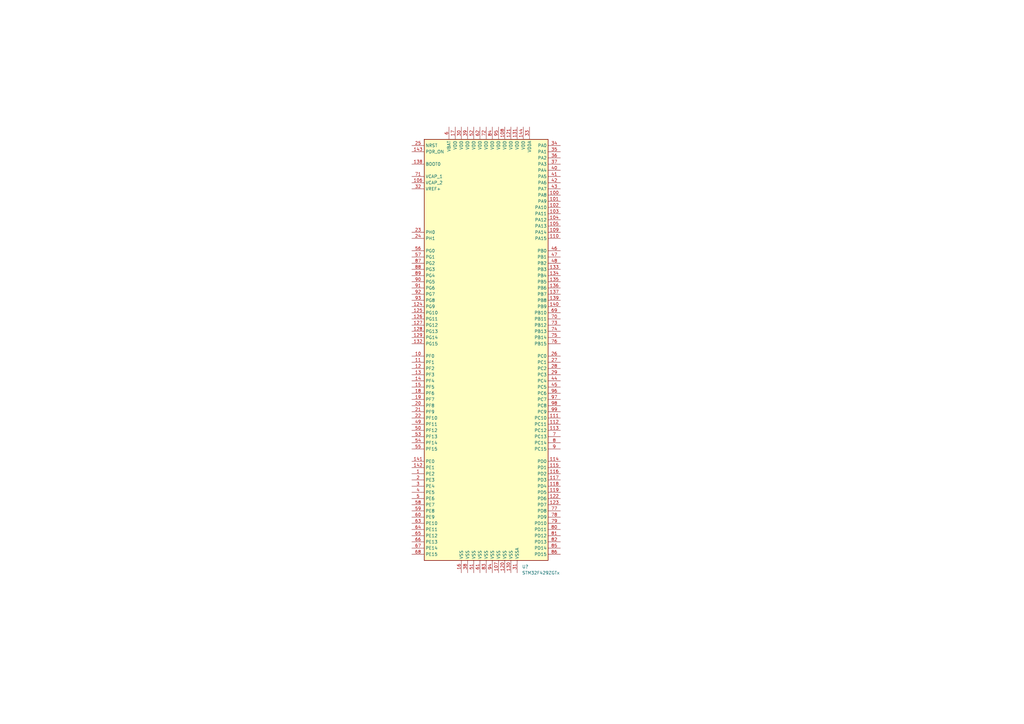
<source format=kicad_sch>
(kicad_sch (version 20211123) (generator eeschema)
  (paper "A3")
  (lib_symbols
    (symbol "MCU_ST_STM32F4:STM32F429ZGTx"
      (property "Reference" "U" (at -25.4 87.63 0))
      (property "Value" "STM32F429ZGTx" (at 20.32 87.63 0))
      (symbol "STM32F429ZGTx_0_1"
        (rectangle (start -25.4 -86.36) (end 25.4 86.36) (stroke (width 0.254)) (fill (type background)))
      )
      (symbol "STM32F429ZGTx_1_1"
        (pin bidirectional line (at -30.48 -50.8 0) (length 5.08) (name "PE2") (number "1"))
        (pin bidirectional line (at -30.48 -2.54 0) (length 5.08) (name "PF0") (number "10"))
        (pin bidirectional line (at 30.48 63.5 180) (length 5.08) (name "PA8") (number "100"))
        (pin bidirectional line (at 30.48 60.96 180) (length 5.08) (name "PA9") (number "101"))
        (pin bidirectional line (at 30.48 58.42 180) (length 5.08) (name "PA10") (number "102"))
        (pin bidirectional line (at 30.48 55.88 180) (length 5.08) (name "PA11") (number "103"))
        (pin bidirectional line (at 30.48 53.34 180) (length 5.08) (name "PA12") (number "104"))
        (pin bidirectional line (at 30.48 50.8 180) (length 5.08) (name "PA13") (number "105"))
        (pin power_in line (at -30.48 68.58 0) (length 5.08) (name "VCAP_2") (number "106"))
        (pin power_in line (at 5.08 -91.44 90) (length 5.08) (name "VSS") (number "107"))
        (pin power_in line (at 7.62 91.44 270) (length 5.08) (name "VDD") (number "108"))
        (pin bidirectional line (at 30.48 48.26 180) (length 5.08) (name "PA14") (number "109"))
        (pin bidirectional line (at -30.48 -5.08 0) (length 5.08) (name "PF1") (number "11"))
        (pin bidirectional line (at 30.48 45.72 180) (length 5.08) (name "PA15") (number "110"))
        (pin bidirectional line (at 30.48 -27.94 180) (length 5.08) (name "PC10") (number "111"))
        (pin bidirectional line (at 30.48 -30.48 180) (length 5.08) (name "PC11") (number "112"))
        (pin bidirectional line (at 30.48 -33.02 180) (length 5.08) (name "PC12") (number "113"))
        (pin bidirectional line (at 30.48 -45.72 180) (length 5.08) (name "PD0") (number "114"))
        (pin bidirectional line (at 30.48 -48.26 180) (length 5.08) (name "PD1") (number "115"))
        (pin bidirectional line (at 30.48 -50.8 180) (length 5.08) (name "PD2") (number "116"))
        (pin bidirectional line (at 30.48 -53.34 180) (length 5.08) (name "PD3") (number "117"))
        (pin bidirectional line (at 30.48 -55.88 180) (length 5.08) (name "PD4") (number "118"))
        (pin bidirectional line (at 30.48 -58.42 180) (length 5.08) (name "PD5") (number "119"))
        (pin bidirectional line (at -30.48 -7.62 0) (length 5.08) (name "PF2") (number "12"))
        (pin power_in line (at 7.62 -91.44 90) (length 5.08) (name "VSS") (number "120"))
        (pin power_in line (at 10.16 91.44 270) (length 5.08) (name "VDD") (number "121"))
        (pin bidirectional line (at 30.48 -60.96 180) (length 5.08) (name "PD6") (number "122"))
        (pin bidirectional line (at 30.48 -63.5 180) (length 5.08) (name "PD7") (number "123"))
        (pin bidirectional line (at -30.48 17.78 0) (length 5.08) (name "PG9") (number "124"))
        (pin bidirectional line (at -30.48 15.24 0) (length 5.08) (name "PG10") (number "125"))
        (pin bidirectional line (at -30.48 12.7 0) (length 5.08) (name "PG11") (number "126"))
        (pin bidirectional line (at -30.48 10.16 0) (length 5.08) (name "PG12") (number "127"))
        (pin bidirectional line (at -30.48 7.62 0) (length 5.08) (name "PG13") (number "128"))
        (pin bidirectional line (at -30.48 5.08 0) (length 5.08) (name "PG14") (number "129"))
        (pin bidirectional line (at -30.48 -10.16 0) (length 5.08) (name "PF3") (number "13"))
        (pin power_in line (at 10.16 -91.44 90) (length 5.08) (name "VSS") (number "130"))
        (pin power_in line (at 12.7 91.44 270) (length 5.08) (name "VDD") (number "131"))
        (pin bidirectional line (at -30.48 2.54 0) (length 5.08) (name "PG15") (number "132"))
        (pin bidirectional line (at 30.48 33.02 180) (length 5.08) (name "PB3") (number "133"))
        (pin bidirectional line (at 30.48 30.48 180) (length 5.08) (name "PB4") (number "134"))
        (pin bidirectional line (at 30.48 27.94 180) (length 5.08) (name "PB5") (number "135"))
        (pin bidirectional line (at 30.48 25.4 180) (length 5.08) (name "PB6") (number "136"))
        (pin bidirectional line (at 30.48 22.86 180) (length 5.08) (name "PB7") (number "137"))
        (pin input line (at -30.48 76.2 0) (length 5.08) (name "BOOT0") (number "138"))
        (pin bidirectional line (at 30.48 20.32 180) (length 5.08) (name "PB8") (number "139"))
        (pin bidirectional line (at -30.48 -12.7 0) (length 5.08) (name "PF4") (number "14"))
        (pin bidirectional line (at 30.48 17.78 180) (length 5.08) (name "PB9") (number "140"))
        (pin bidirectional line (at -30.48 -45.72 0) (length 5.08) (name "PE0") (number "141"))
        (pin bidirectional line (at -30.48 -48.26 0) (length 5.08) (name "PE1") (number "142"))
        (pin input line (at -30.48 81.28 0) (length 5.08) (name "PDR_ON") (number "143"))
        (pin power_in line (at 15.24 91.44 270) (length 5.08) (name "VDD") (number "144"))
        (pin bidirectional line (at -30.48 -15.24 0) (length 5.08) (name "PF5") (number "15"))
        (pin power_in line (at -10.16 -91.44 90) (length 5.08) (name "VSS") (number "16"))
        (pin power_in line (at -12.7 91.44 270) (length 5.08) (name "VDD") (number "17"))
        (pin bidirectional line (at -30.48 -17.78 0) (length 5.08) (name "PF6") (number "18"))
        (pin bidirectional line (at -30.48 -20.32 0) (length 5.08) (name "PF7") (number "19"))
        (pin bidirectional line (at -30.48 -53.34 0) (length 5.08) (name "PE3") (number "2"))
        (pin bidirectional line (at -30.48 -22.86 0) (length 5.08) (name "PF8") (number "20"))
        (pin bidirectional line (at -30.48 -25.4 0) (length 5.08) (name "PF9") (number "21"))
        (pin bidirectional line (at -30.48 -27.94 0) (length 5.08) (name "PF10") (number "22"))
        (pin input line (at -30.48 48.26 0) (length 5.08) (name "PH0") (number "23"))
        (pin input line (at -30.48 45.72 0) (length 5.08) (name "PH1") (number "24"))
        (pin input line (at -30.48 83.82 0) (length 5.08) (name "NRST") (number "25"))
        (pin bidirectional line (at 30.48 -2.54 180) (length 5.08) (name "PC0") (number "26"))
        (pin bidirectional line (at 30.48 -5.08 180) (length 5.08) (name "PC1") (number "27"))
        (pin bidirectional line (at 30.48 -7.62 180) (length 5.08) (name "PC2") (number "28"))
        (pin bidirectional line (at 30.48 -10.16 180) (length 5.08) (name "PC3") (number "29"))
        (pin bidirectional line (at -30.48 -55.88 0) (length 5.08) (name "PE4") (number "3"))
        (pin power_in line (at -10.16 91.44 270) (length 5.08) (name "VDD") (number "30"))
        (pin power_in line (at 12.7 -91.44 90) (length 5.08) (name "VSSA") (number "31"))
        (pin power_in line (at -30.48 66.04 0) (length 5.08) (name "VREF+") (number "32"))
        (pin power_in line (at 17.78 91.44 270) (length 5.08) (name "VDDA") (number "33"))
        (pin bidirectional line (at 30.48 83.82 180) (length 5.08) (name "PA0") (number "34"))
        (pin bidirectional line (at 30.48 81.28 180) (length 5.08) (name "PA1") (number "35"))
        (pin bidirectional line (at 30.48 78.74 180) (length 5.08) (name "PA2") (number "36"))
        (pin bidirectional line (at 30.48 76.2 180) (length 5.08) (name "PA3") (number "37"))
        (pin power_in line (at -7.62 -91.44 90) (length 5.08) (name "VSS") (number "38"))
        (pin power_in line (at -7.62 91.44 270) (length 5.08) (name "VDD") (number "39"))
        (pin bidirectional line (at -30.48 -58.42 0) (length 5.08) (name "PE5") (number "4"))
        (pin bidirectional line (at 30.48 73.66 180) (length 5.08) (name "PA4") (number "40"))
        (pin bidirectional line (at 30.48 71.12 180) (length 5.08) (name "PA5") (number "41"))
        (pin bidirectional line (at 30.48 68.58 180) (length 5.08) (name "PA6") (number "42"))
        (pin bidirectional line (at 30.48 66.04 180) (length 5.08) (name "PA7") (number "43"))
        (pin bidirectional line (at 30.48 -12.7 180) (length 5.08) (name "PC4") (number "44"))
        (pin bidirectional line (at 30.48 -15.24 180) (length 5.08) (name "PC5") (number "45"))
        (pin bidirectional line (at 30.48 40.64 180) (length 5.08) (name "PB0") (number "46"))
        (pin bidirectional line (at 30.48 38.1 180) (length 5.08) (name "PB1") (number "47"))
        (pin bidirectional line (at 30.48 35.56 180) (length 5.08) (name "PB2") (number "48"))
        (pin bidirectional line (at -30.48 -30.48 0) (length 5.08) (name "PF11") (number "49"))
        (pin bidirectional line (at -30.48 -60.96 0) (length 5.08) (name "PE6") (number "5"))
        (pin bidirectional line (at -30.48 -33.02 0) (length 5.08) (name "PF12") (number "50"))
        (pin power_in line (at -5.08 -91.44 90) (length 5.08) (name "VSS") (number "51"))
        (pin power_in line (at -5.08 91.44 270) (length 5.08) (name "VDD") (number "52"))
        (pin bidirectional line (at -30.48 -35.56 0) (length 5.08) (name "PF13") (number "53"))
        (pin bidirectional line (at -30.48 -38.1 0) (length 5.08) (name "PF14") (number "54"))
        (pin bidirectional line (at -30.48 -40.64 0) (length 5.08) (name "PF15") (number "55"))
        (pin bidirectional line (at -30.48 40.64 0) (length 5.08) (name "PG0") (number "56"))
        (pin bidirectional line (at -30.48 38.1 0) (length 5.08) (name "PG1") (number "57"))
        (pin bidirectional line (at -30.48 -63.5 0) (length 5.08) (name "PE7") (number "58"))
        (pin bidirectional line (at -30.48 -66.04 0) (length 5.08) (name "PE8") (number "59"))
        (pin power_in line (at -15.24 91.44 270) (length 5.08) (name "VBAT") (number "6"))
        (pin bidirectional line (at -30.48 -68.58 0) (length 5.08) (name "PE9") (number "60"))
        (pin power_in line (at -2.54 -91.44 90) (length 5.08) (name "VSS") (number "61"))
        (pin power_in line (at -2.54 91.44 270) (length 5.08) (name "VDD") (number "62"))
        (pin bidirectional line (at -30.48 -71.12 0) (length 5.08) (name "PE10") (number "63"))
        (pin bidirectional line (at -30.48 -73.66 0) (length 5.08) (name "PE11") (number "64"))
        (pin bidirectional line (at -30.48 -76.2 0) (length 5.08) (name "PE12") (number "65"))
        (pin bidirectional line (at -30.48 -78.74 0) (length 5.08) (name "PE13") (number "66"))
        (pin bidirectional line (at -30.48 -81.28 0) (length 5.08) (name "PE14") (number "67"))
        (pin bidirectional line (at -30.48 -83.82 0) (length 5.08) (name "PE15") (number "68"))
        (pin bidirectional line (at 30.48 15.24 180) (length 5.08) (name "PB10") (number "69"))
        (pin bidirectional line (at 30.48 -35.56 180) (length 5.08) (name "PC13") (number "7"))
        (pin bidirectional line (at 30.48 12.7 180) (length 5.08) (name "PB11") (number "70"))
        (pin power_in line (at -30.48 71.12 0) (length 5.08) (name "VCAP_1") (number "71"))
        (pin power_in line (at 0 91.44 270) (length 5.08) (name "VDD") (number "72"))
        (pin bidirectional line (at 30.48 10.16 180) (length 5.08) (name "PB12") (number "73"))
        (pin bidirectional line (at 30.48 7.62 180) (length 5.08) (name "PB13") (number "74"))
        (pin bidirectional line (at 30.48 5.08 180) (length 5.08) (name "PB14") (number "75"))
        (pin bidirectional line (at 30.48 2.54 180) (length 5.08) (name "PB15") (number "76"))
        (pin bidirectional line (at 30.48 -66.04 180) (length 5.08) (name "PD8") (number "77"))
        (pin bidirectional line (at 30.48 -68.58 180) (length 5.08) (name "PD9") (number "78"))
        (pin bidirectional line (at 30.48 -71.12 180) (length 5.08) (name "PD10") (number "79"))
        (pin bidirectional line (at 30.48 -38.1 180) (length 5.08) (name "PC14") (number "8"))
        (pin bidirectional line (at 30.48 -73.66 180) (length 5.08) (name "PD11") (number "80"))
        (pin bidirectional line (at 30.48 -76.2 180) (length 5.08) (name "PD12") (number "81"))
        (pin bidirectional line (at 30.48 -78.74 180) (length 5.08) (name "PD13") (number "82"))
        (pin power_in line (at 0 -91.44 90) (length 5.08) (name "VSS") (number "83"))
        (pin power_in line (at 2.54 91.44 270) (length 5.08) (name "VDD") (number "84"))
        (pin bidirectional line (at 30.48 -81.28 180) (length 5.08) (name "PD14") (number "85"))
        (pin bidirectional line (at 30.48 -83.82 180) (length 5.08) (name "PD15") (number "86"))
        (pin bidirectional line (at -30.48 35.56 0) (length 5.08) (name "PG2") (number "87"))
        (pin bidirectional line (at -30.48 33.02 0) (length 5.08) (name "PG3") (number "88"))
        (pin bidirectional line (at -30.48 30.48 0) (length 5.08) (name "PG4") (number "89"))
        (pin bidirectional line (at 30.48 -40.64 180) (length 5.08) (name "PC15") (number "9"))
        (pin bidirectional line (at -30.48 27.94 0) (length 5.08) (name "PG5") (number "90"))
        (pin bidirectional line (at -30.48 25.4 0) (length 5.08) (name "PG6") (number "91"))
        (pin bidirectional line (at -30.48 22.86 0) (length 5.08) (name "PG7") (number "92"))
        (pin bidirectional line (at -30.48 20.32 0) (length 5.08) (name "PG8") (number "93"))
        (pin power_in line (at 2.54 -91.44 90) (length 5.08) (name "VSS") (number "94"))
        (pin power_in line (at 5.08 91.44 270) (length 5.08) (name "VDD") (number "95"))
        (pin bidirectional line (at 30.48 -17.78 180) (length 5.08) (name "PC6") (number "96"))
        (pin bidirectional line (at 30.48 -20.32 180) (length 5.08) (name "PC7") (number "97"))
        (pin bidirectional line (at 30.48 -22.86 180) (length 5.08) (name "PC8") (number "98"))
        (pin bidirectional line (at 30.48 -25.4 180) (length 5.08) (name "PC9") (number "99"))
      )
    )
  )
  (symbol (lib_id "MCU_ST_STM32F4:STM32F429ZGTx") (at 199.39 143.51 0) (unit 1)
    (property "Reference" "U?" (at 214.1094 232.41 0) (effects (justify left)))
    (property "Value" "STM32F429ZGTx" (at 214.1094 234.95 0) (effects (justify left)))
    (property "Footprint" "Package_QFP:LQFP-144_20x20mm_P0.5mm" (effects hide))
    (property "Datasheet" "http://www.st.com/st-web-ui/static/active/en/resource/technical/document/datasheet/DM00071990.pdf" (effects hide))
  )
)
</source>
